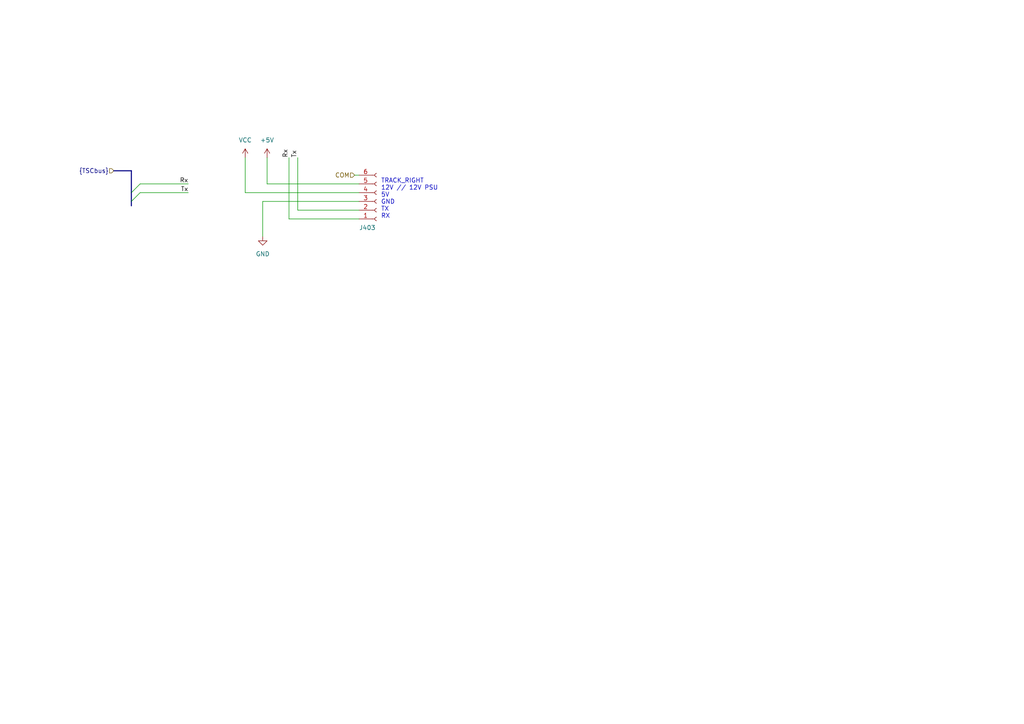
<source format=kicad_sch>
(kicad_sch (version 20230121) (generator eeschema)
  (paper "A4")
  (lib_symbols
    (symbol "Connector:Conn_01x06_Socket" (pin_names (offset 1.016) hide)
      (property "Reference" "J" (at 0 7.62 0))
      (property "Value" "Conn_01x06_Socket" (at 0 -10.16 0))
      (symbol "Conn_01x06_Socket_1_1"
        (arc (start 0 -7.112) (mid -0.5058 -7.62) (end 0 -8.128) (stroke (width 0.1524)))
        (arc (start 0 -4.572) (mid -0.5058 -5.08) (end 0 -5.588) (stroke (width 0.1524)))
        (arc (start 0 -2.032) (mid -0.5058 -2.54) (end 0 -3.048) (stroke (width 0.1524)))
        (polyline (pts (xy -1.27 -7.62) (xy -0.508 -7.62)) (stroke (width 0.1524)))
        (polyline (pts (xy -1.27 -5.08) (xy -0.508 -5.08)) (stroke (width 0.1524)))
        (polyline (pts (xy -1.27 -2.54) (xy -0.508 -2.54)) (stroke (width 0.1524)))
        (polyline (pts (xy -1.27 0) (xy -0.508 0)) (stroke (width 0.1524)))
        (polyline (pts (xy -1.27 2.54) (xy -0.508 2.54)) (stroke (width 0.1524)))
        (polyline (pts (xy -1.27 5.08) (xy -0.508 5.08)) (stroke (width 0.1524)))
        (arc (start 0 0.508) (mid -0.5058 0) (end 0 -0.508) (stroke (width 0.1524)))
        (arc (start 0 3.048) (mid -0.5058 2.54) (end 0 2.032) (stroke (width 0.1524)))
        (arc (start 0 5.588) (mid -0.5058 5.08) (end 0 4.572) (stroke (width 0.1524)))
        (pin passive line (at -5.08 5.08 0) (length 3.81) (name "Pin_1") (number "1"))
        (pin passive line (at -5.08 2.54 0) (length 3.81) (name "Pin_2") (number "2"))
        (pin passive line (at -5.08 0 0) (length 3.81) (name "Pin_3") (number "3"))
        (pin passive line (at -5.08 -2.54 0) (length 3.81) (name "Pin_4") (number "4"))
        (pin passive line (at -5.08 -5.08 0) (length 3.81) (name "Pin_5") (number "5"))
        (pin passive line (at -5.08 -7.62 0) (length 3.81) (name "Pin_6") (number "6"))
      )
    )
    (symbol "power:+5V" (power) (pin_names (offset 0))
      (property "Value" "+5V" (at 0 3.556 0))
      (symbol "+5V_0_1"
        (polyline (pts (xy -0.762 1.27) (xy 0 2.54)))
        (polyline (pts (xy 0 0) (xy 0 2.54)))
        (polyline (pts (xy 0 2.54) (xy 0.762 1.27)))
      )
      (symbol "+5V_1_1"
        (pin power_in line (at 0 0 90) (length 0) hide (name "+5V") (number "1"))
      )
    )
    (symbol "power:GND" (power) (pin_names (offset 0))
      (property "Value" "GND" (at 0 -3.81 0))
      (symbol "GND_0_1"
        (polyline (pts (xy 0 0) (xy 0 -1.27) (xy 1.27 -1.27) (xy 0 -2.54) (xy -1.27 -1.27) (xy 0 -1.27)))
      )
      (symbol "GND_1_1"
        (pin power_in line (at 0 0 270) (length 0) hide (name "GND") (number "1"))
      )
    )
    (symbol "power:VCC" (power) (pin_names (offset 0))
      (property "Value" "VCC" (at 0 3.81 0))
      (symbol "VCC_0_1"
        (polyline (pts (xy -0.762 1.27) (xy 0 2.54)))
        (polyline (pts (xy 0 0) (xy 0 2.54)))
        (polyline (pts (xy 0 2.54) (xy 0.762 1.27)))
      )
      (symbol "VCC_1_1"
        (pin power_in line (at 0 0 90) (length 0) hide (name "VCC") (number "1"))
      )
    )
  )
  (bus_entry (at 40.64 55.88) (size -2.54 2.54))
  (bus_entry (at 40.64 53.34) (size -2.54 2.54))
  (wire (pts (xy 71.12 55.88) (xy 104.14 55.88)))
  (wire (pts (xy 86.36 45.72) (xy 86.36 60.96)))
  (wire (pts (xy 86.36 60.96) (xy 104.14 60.96)))
  (wire (pts (xy 54.61 55.88) (xy 40.64 55.88)))
  (bus (pts (xy 33.02 49.53) (xy 38.1 49.53)))
  (wire (pts (xy 102.87 50.8) (xy 104.14 50.8)))
  (wire (pts (xy 54.61 53.34) (xy 40.64 53.34)))
  (wire (pts (xy 83.82 63.5) (xy 104.14 63.5)))
  (wire (pts (xy 83.82 45.72) (xy 83.82 63.5)))
  (wire (pts (xy 77.47 53.34) (xy 104.14 53.34)))
  (wire (pts (xy 71.12 45.72) (xy 71.12 55.88)))
  (bus (pts (xy 38.1 55.88) (xy 38.1 58.42)))
  (wire (pts (xy 76.2 58.42) (xy 104.14 58.42)))
  (wire (pts (xy 77.47 45.72) (xy 77.47 53.34)))
  (bus (pts (xy 38.1 49.53) (xy 38.1 55.88)))
  (bus (pts (xy 38.1 58.42) (xy 38.1 59.69)))
  (wire (pts (xy 76.2 58.42) (xy 76.2 68.58)))
  (text "TRACK_RIGHT\n12V // 12V PSU\n5V\nGND\nTX\nRX" (at 110.49 63.5 0) (effects (font (size 1.27 1.27)) (justify left bottom)))
  (label "Rx" (at 83.82 45.72 90))
  (label "Rx" (at 54.61 53.34 180))
  (label "Tx" (at 86.36 45.72 90))
  (label "Tx" (at 54.61 55.88 180))
  (hierarchical_label "{TSCbus}" (shape input) (at 33.02 49.53 180))
  (hierarchical_label "COM" (shape input) (at 102.87 50.8 180))
  (symbol (lib_id "Connector:Conn_01x06_Socket") (at 109.22 58.42 0) (mirror x) (unit 1)
    (property "Reference" "J403" (at 104.14 66.04 0) (effects (justify left)))
    (property "Value" "Conn_01x06_Socket" (effects hide))
    (property "Footprint" "Connector_PinSocket_2.54mm:PinSocket_1x06_P2.54mm_Horizontal" (effects hide))
  )
  (symbol (lib_id "power:GND") (at 76.2 68.58 0) (unit 1)
    (property "Reference" "#PWR0403" (effects hide))
    (property "Value" "GND" (at 76.2 73.66 0))
  )
  (symbol (lib_id "power:+5V") (at 77.47 45.72 0) (unit 1)
    (property "Reference" "#PWR0402" (effects hide))
    (property "Value" "+5V" (at 77.47 40.64 0))
  )
  (symbol (lib_id "power:VCC") (at 71.12 45.72 0) (unit 1)
    (property "Reference" "#PWR0401" (effects hide))
    (property "Value" "VCC" (at 71.12 40.64 0))
  )
)
</source>
